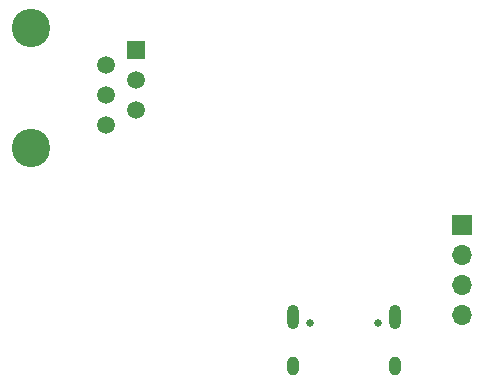
<source format=gbr>
%TF.GenerationSoftware,KiCad,Pcbnew,(5.99.0-7626-g1ca75c8fda)*%
%TF.CreationDate,2021-03-16T15:24:00+01:00*%
%TF.ProjectId,CDEM,4344454d-2e6b-4696-9361-645f70636258,rev?*%
%TF.SameCoordinates,Original*%
%TF.FileFunction,Soldermask,Bot*%
%TF.FilePolarity,Negative*%
%FSLAX46Y46*%
G04 Gerber Fmt 4.6, Leading zero omitted, Abs format (unit mm)*
G04 Created by KiCad (PCBNEW (5.99.0-7626-g1ca75c8fda)) date 2021-03-16 15:24:00*
%MOMM*%
%LPD*%
G01*
G04 APERTURE LIST*
%ADD10C,0.650000*%
%ADD11O,1.000000X1.600000*%
%ADD12O,1.000000X2.100000*%
%ADD13R,1.700000X1.700000*%
%ADD14O,1.700000X1.700000*%
%ADD15C,3.250000*%
%ADD16R,1.520000X1.520000*%
%ADD17C,1.520000*%
G04 APERTURE END LIST*
D10*
%TO.C,J1*%
X58460000Y-125700000D03*
X64240000Y-125700000D03*
D11*
X65670000Y-129350000D03*
D12*
X57030000Y-125170000D03*
D11*
X57030000Y-129350000D03*
D12*
X65670000Y-125170000D03*
%TD*%
D13*
%TO.C,J3*%
X71300000Y-117400000D03*
D14*
X71300000Y-119940000D03*
X71300000Y-122480000D03*
X71300000Y-125020000D03*
%TD*%
D15*
%TO.C,J2*%
X34810000Y-100690000D03*
X34810000Y-110850000D03*
D16*
X43700000Y-102600000D03*
D17*
X41160000Y-103870000D03*
X43700000Y-105140000D03*
X41160000Y-106410000D03*
X43700000Y-107680000D03*
X41160000Y-108950000D03*
%TD*%
M02*

</source>
